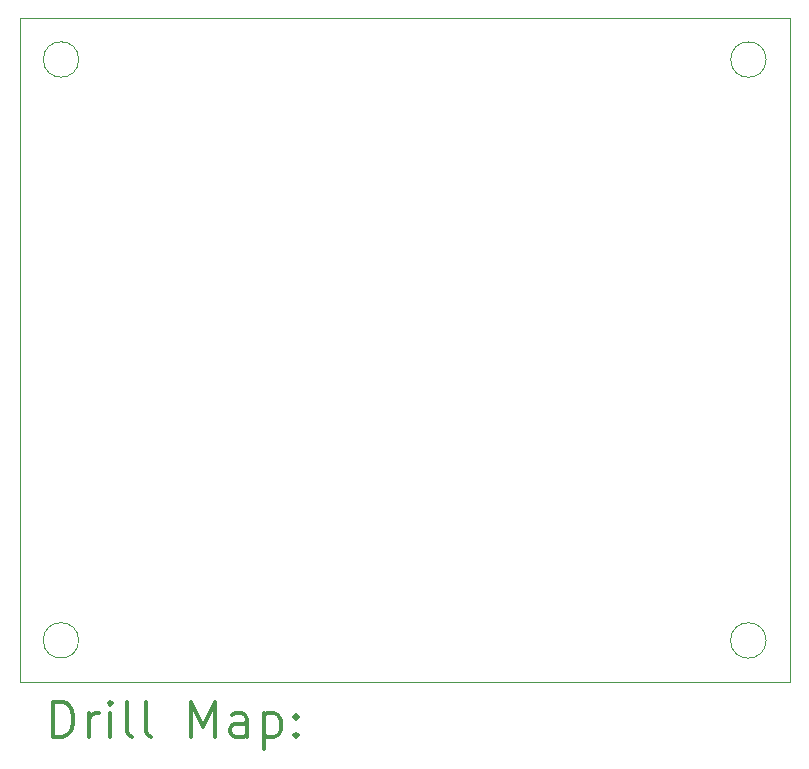
<source format=gbr>
%FSLAX45Y45*%
G04 Gerber Fmt 4.5, Leading zero omitted, Abs format (unit mm)*
G04 Created by KiCad (PCBNEW (5.1.7)-1) date 2020-10-28 11:10:14*
%MOMM*%
%LPD*%
G01*
G04 APERTURE LIST*
%TA.AperFunction,Profile*%
%ADD10C,0.050000*%
%TD*%
%ADD11C,0.200000*%
%ADD12C,0.300000*%
G04 APERTURE END LIST*
D10*
X16320000Y-4731000D02*
G75*
G03*
X16320000Y-4731000I-150000J0D01*
G01*
X16319000Y-9649000D02*
G75*
G03*
X16319000Y-9649000I-150000J0D01*
G01*
X10499000Y-9648000D02*
G75*
G03*
X10499000Y-9648000I-150000J0D01*
G01*
X10500000Y-4730000D02*
G75*
G03*
X10500000Y-4730000I-150000J0D01*
G01*
X16520000Y-9999000D02*
X9999000Y-9999000D01*
X16520000Y-4380000D02*
X16520000Y-9999000D01*
X9999000Y-4380000D02*
X16520000Y-4380000D01*
X9999000Y-9999000D02*
X9999000Y-4380000D01*
D11*
D12*
X10282928Y-10467214D02*
X10282928Y-10167214D01*
X10354357Y-10167214D01*
X10397214Y-10181500D01*
X10425786Y-10210072D01*
X10440071Y-10238643D01*
X10454357Y-10295786D01*
X10454357Y-10338643D01*
X10440071Y-10395786D01*
X10425786Y-10424357D01*
X10397214Y-10452929D01*
X10354357Y-10467214D01*
X10282928Y-10467214D01*
X10582928Y-10467214D02*
X10582928Y-10267214D01*
X10582928Y-10324357D02*
X10597214Y-10295786D01*
X10611500Y-10281500D01*
X10640071Y-10267214D01*
X10668643Y-10267214D01*
X10768643Y-10467214D02*
X10768643Y-10267214D01*
X10768643Y-10167214D02*
X10754357Y-10181500D01*
X10768643Y-10195786D01*
X10782928Y-10181500D01*
X10768643Y-10167214D01*
X10768643Y-10195786D01*
X10954357Y-10467214D02*
X10925786Y-10452929D01*
X10911500Y-10424357D01*
X10911500Y-10167214D01*
X11111500Y-10467214D02*
X11082928Y-10452929D01*
X11068643Y-10424357D01*
X11068643Y-10167214D01*
X11454357Y-10467214D02*
X11454357Y-10167214D01*
X11554357Y-10381500D01*
X11654357Y-10167214D01*
X11654357Y-10467214D01*
X11925786Y-10467214D02*
X11925786Y-10310072D01*
X11911500Y-10281500D01*
X11882928Y-10267214D01*
X11825786Y-10267214D01*
X11797214Y-10281500D01*
X11925786Y-10452929D02*
X11897214Y-10467214D01*
X11825786Y-10467214D01*
X11797214Y-10452929D01*
X11782928Y-10424357D01*
X11782928Y-10395786D01*
X11797214Y-10367214D01*
X11825786Y-10352929D01*
X11897214Y-10352929D01*
X11925786Y-10338643D01*
X12068643Y-10267214D02*
X12068643Y-10567214D01*
X12068643Y-10281500D02*
X12097214Y-10267214D01*
X12154357Y-10267214D01*
X12182928Y-10281500D01*
X12197214Y-10295786D01*
X12211500Y-10324357D01*
X12211500Y-10410072D01*
X12197214Y-10438643D01*
X12182928Y-10452929D01*
X12154357Y-10467214D01*
X12097214Y-10467214D01*
X12068643Y-10452929D01*
X12340071Y-10438643D02*
X12354357Y-10452929D01*
X12340071Y-10467214D01*
X12325786Y-10452929D01*
X12340071Y-10438643D01*
X12340071Y-10467214D01*
X12340071Y-10281500D02*
X12354357Y-10295786D01*
X12340071Y-10310072D01*
X12325786Y-10295786D01*
X12340071Y-10281500D01*
X12340071Y-10310072D01*
M02*

</source>
